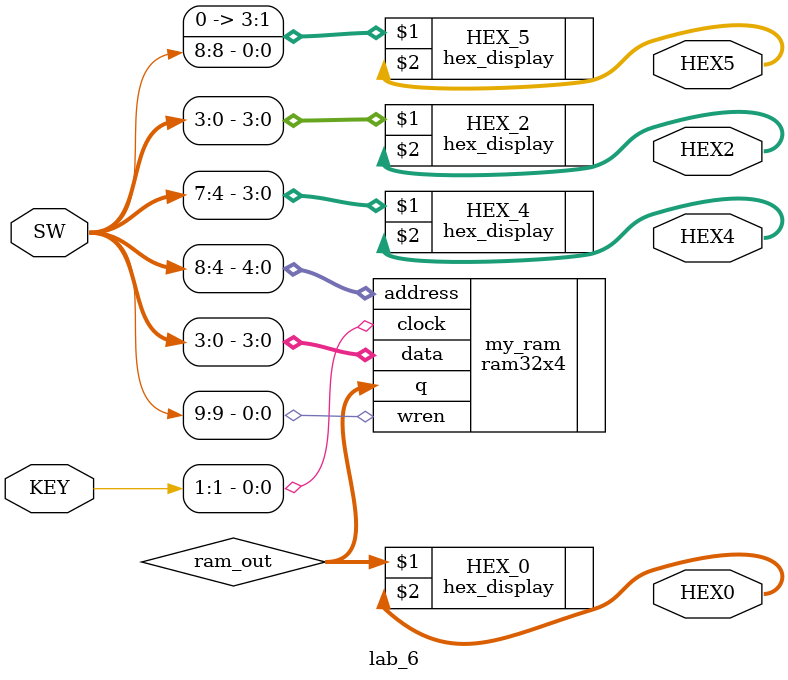
<source format=v>
module lab_6(
	input [9:0] SW,
	input [1:0] KEY,
	output [6:0] HEX0, HEX2, HEX4, HEX5
);

	wire [3:0] ram_out;
	
	ram32x4 my_ram(
		.address(SW[8:4]),
		.clock(KEY[1]),
		.data(SW[3:0]),
		.wren(SW[9]),
		.q(ram_out)
		);
	
	hex_display HEX_0(ram_out, HEX0[6:0]); // data out
	hex_display HEX_2(SW[3:0], HEX2[6:0]); // data in
	hex_display HEX_4(SW[7:4], HEX4[6:0]); // lower 4 bit address
	hex_display HEX_5({3'b0, SW[8]}, HEX5[6:0]); // bit 5 address pad 0s to front
	
endmodule
</source>
